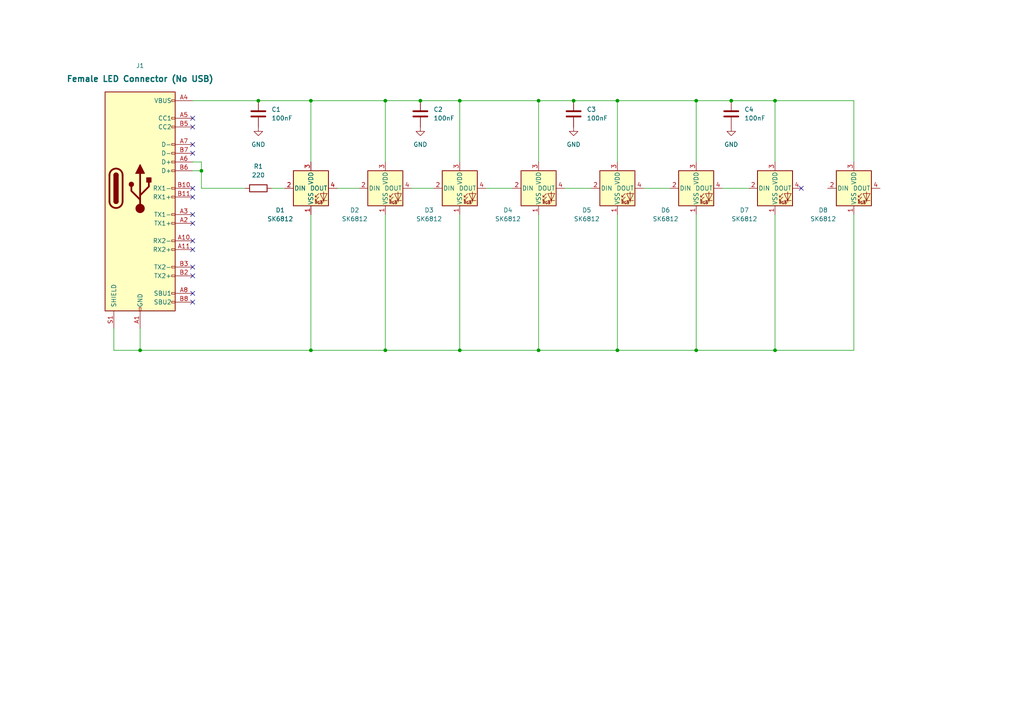
<source format=kicad_sch>
(kicad_sch (version 20230121) (generator eeschema)
  (paper "A4")
  (lib_symbols
    (symbol "Connector:USB_C_Receptacle" (pin_names (offset 1.016))
      (property "Reference" "J1" (at 0 35.56 0))
      (property "Value" "Female LED Connector (No USB)" (at 0 31.75 0))
      (symbol "USB_C_Receptacle_0_0"
        (rectangle (start -0.254 -35.56) (end 0.254 -34.544))
        (rectangle (start 10.16 -32.766) (end 9.144 -33.274))
        (rectangle (start 10.16 -30.226) (end 9.144 -30.734))
        (rectangle (start 10.16 -25.146) (end 9.144 -25.654))
        (rectangle (start 10.16 -22.606) (end 9.144 -23.114))
        (rectangle (start 10.16 -17.526) (end 9.144 -18.034))
        (rectangle (start 10.16 -14.986) (end 9.144 -15.494))
        (rectangle (start 10.16 -9.906) (end 9.144 -10.414))
        (rectangle (start 10.16 -7.366) (end 9.144 -7.874))
        (rectangle (start 10.16 -2.286) (end 9.144 -2.794))
        (rectangle (start 10.16 0.254) (end 9.144 -0.254))
        (rectangle (start 10.16 5.334) (end 9.144 4.826))
        (rectangle (start 10.16 7.874) (end 9.144 7.366))
        (rectangle (start 10.16 10.414) (end 9.144 9.906))
        (rectangle (start 10.16 12.954) (end 9.144 12.446))
        (rectangle (start 10.16 18.034) (end 9.144 17.526))
        (rectangle (start 10.16 20.574) (end 9.144 20.066))
        (rectangle (start 10.16 25.654) (end 9.144 25.146))
      )
      (symbol "USB_C_Receptacle_0_1"
        (rectangle (start -10.16 27.94) (end 10.16 -35.56) (stroke (width 0.254)) (fill (type background)))
        (arc (start -8.89 -3.81) (mid -6.985 -5.7067) (end -5.08 -3.81) (stroke (width 0.508)))
        (arc (start -7.62 -3.81) (mid -6.985 -4.4423) (end -6.35 -3.81) (stroke (width 0.254)))
        (arc (start -7.62 -3.81) (mid -6.985 -4.4423) (end -6.35 -3.81) (stroke (width 0.254)) (fill (type outline)))
        (rectangle (start -7.62 -3.81) (end -6.35 3.81) (stroke (width 0.254)) (fill (type outline)))
        (arc (start -6.35 3.81) (mid -6.985 4.4423) (end -7.62 3.81) (stroke (width 0.254)))
        (arc (start -6.35 3.81) (mid -6.985 4.4423) (end -7.62 3.81) (stroke (width 0.254)) (fill (type outline)))
        (arc (start -5.08 3.81) (mid -6.985 5.7067) (end -8.89 3.81) (stroke (width 0.508)))
        (polyline (pts (xy -8.89 -3.81) (xy -8.89 3.81)) (stroke (width 0.508)))
        (polyline (pts (xy -5.08 3.81) (xy -5.08 -3.81)) (stroke (width 0.508)))
      )
      (symbol "USB_C_Receptacle_1_1"
        (circle (center -2.54 1.143) (radius 0.635) (stroke (width 0.254)) (fill (type outline)))
        (circle (center 0 -5.842) (radius 1.27) (fill (type outline)))
        (polyline (pts (xy 0 -5.842) (xy 0 4.318)) (stroke (width 0.508)))
        (polyline (pts (xy 0 -3.302) (xy -2.54 -0.762) (xy -2.54 0.508)) (stroke (width 0.508)))
        (polyline (pts (xy 0 -2.032) (xy 2.54 0.508) (xy 2.54 1.778)) (stroke (width 0.508)))
        (polyline (pts (xy -1.27 4.318) (xy 0 6.858) (xy 1.27 4.318) (xy -1.27 4.318)) (stroke (width 0.254)) (fill (type outline)))
        (rectangle (start 1.905 1.778) (end 3.175 3.048) (stroke (width 0.254)) (fill (type outline)))
        (pin power_out line (at 0 -40.64 90) (length 5.08) (name "GND") (number "A1"))
        (pin bidirectional line (at 15.24 -15.24 180) (length 5.08) (name "RX2-") (number "A10"))
        (pin bidirectional line (at 15.24 -17.78 180) (length 5.08) (name "RX2+") (number "A11"))
        (pin passive line (at 0 -40.64 90) (length 5.08) hide (name "GND") (number "A12"))
        (pin bidirectional line (at 15.24 -10.16 180) (length 5.08) (name "TX1+") (number "A2"))
        (pin bidirectional line (at 15.24 -7.62 180) (length 5.08) (name "TX1-") (number "A3"))
        (pin power_in line (at 15.24 25.4 180) (length 5.08) (name "VBUS") (number "A4"))
        (pin bidirectional line (at 15.24 20.32 180) (length 5.08) (name "CC1") (number "A5"))
        (pin input line (at 15.24 7.62 180) (length 5.08) (name "D+") (number "A6"))
        (pin bidirectional line (at 15.24 12.7 180) (length 5.08) (name "D-") (number "A7"))
        (pin bidirectional line (at 15.24 -30.48 180) (length 5.08) (name "SBU1") (number "A8"))
        (pin passive line (at 15.24 25.4 180) (length 5.08) hide (name "VBUS") (number "A9"))
        (pin passive line (at 0 -40.64 90) (length 5.08) hide (name "GND") (number "B1"))
        (pin bidirectional line (at 15.24 0 180) (length 5.08) (name "RX1-") (number "B10"))
        (pin bidirectional line (at 15.24 -2.54 180) (length 5.08) (name "RX1+") (number "B11"))
        (pin passive line (at 0 -40.64 90) (length 5.08) hide (name "GND") (number "B12"))
        (pin bidirectional line (at 15.24 -25.4 180) (length 5.08) (name "TX2+") (number "B2"))
        (pin bidirectional line (at 15.24 -22.86 180) (length 5.08) (name "TX2-") (number "B3"))
        (pin passive line (at 15.24 25.4 180) (length 5.08) hide (name "VBUS") (number "B4"))
        (pin bidirectional line (at 15.24 17.78 180) (length 5.08) (name "CC2") (number "B5"))
        (pin input line (at 15.24 5.08 180) (length 5.08) (name "D+") (number "B6"))
        (pin bidirectional line (at 15.24 10.16 180) (length 5.08) (name "D-") (number "B7"))
        (pin bidirectional line (at 15.24 -33.02 180) (length 5.08) (name "SBU2") (number "B8"))
        (pin passive line (at 15.24 25.4 180) (length 5.08) hide (name "VBUS") (number "B9"))
        (pin power_out line (at -7.62 -40.64 90) (length 5.08) (name "SHIELD") (number "S1"))
      )
    )
    (symbol "Device:C" (pin_numbers hide) (pin_names (offset 0.254))
      (property "Reference" "C" (at 0.635 2.54 0))
      (property "Value" "C" (at 0.635 -2.54 0))
      (symbol "C_0_1"
        (polyline (pts (xy -2.032 -0.762) (xy 2.032 -0.762)) (stroke (width 0.508)))
        (polyline (pts (xy -2.032 0.762) (xy 2.032 0.762)) (stroke (width 0.508)))
      )
      (symbol "C_1_1"
        (pin passive line (at 0 3.81 270) (length 2.794) (name "~") (number "1"))
        (pin passive line (at 0 -3.81 90) (length 2.794) (name "~") (number "2"))
      )
    )
    (symbol "Device:R" (pin_numbers hide) (pin_names (offset 0))
      (property "Reference" "R" (at 2.032 0 90))
      (property "Value" "R" (at 0 0 90))
      (symbol "R_0_1"
        (rectangle (start -1.016 -2.54) (end 1.016 2.54) (stroke (width 0.254)))
      )
      (symbol "R_1_1"
        (pin passive line (at 0 3.81 270) (length 1.27) (name "~") (number "1"))
        (pin passive line (at 0 -3.81 90) (length 1.27) (name "~") (number "2"))
      )
    )
    (symbol "LED:SK6812" (pin_names (offset 0.254))
      (property "Reference" "D" (at 5.08 5.715 0))
      (property "Value" "SK6812" (at 1.27 -5.715 0))
      (symbol "SK6812_0_0"
        (text "RGB" (at 2.286 -4.191 0) (effects (font (size 0.762 0.762))))
      )
      (symbol "SK6812_0_1"
        (polyline (pts (xy 1.27 -3.556) (xy 1.778 -3.556)))
        (polyline (pts (xy 1.27 -2.54) (xy 1.778 -2.54)))
        (polyline (pts (xy 4.699 -3.556) (xy 2.667 -3.556)))
        (polyline (pts (xy 2.286 -2.54) (xy 1.27 -3.556) (xy 1.27 -3.048)))
        (polyline (pts (xy 2.286 -1.524) (xy 1.27 -2.54) (xy 1.27 -2.032)))
        (polyline (pts (xy 3.683 -1.016) (xy 3.683 -3.556) (xy 3.683 -4.064)))
        (polyline (pts (xy 4.699 -1.524) (xy 2.667 -1.524) (xy 3.683 -3.556) (xy 4.699 -1.524)))
        (rectangle (start 5.08 5.08) (end -5.08 -5.08) (stroke (width 0.254)) (fill (type background)))
      )
      (symbol "SK6812_1_1"
        (pin power_in line (at 0 -7.62 90) (length 2.54) (name "VSS") (number "1"))
        (pin input line (at -7.62 0 0) (length 2.54) (name "DIN") (number "2"))
        (pin power_in line (at 0 7.62 270) (length 2.54) (name "VDD") (number "3"))
        (pin output line (at 7.62 0 180) (length 2.54) (name "DOUT") (number "4"))
      )
    )
    (symbol "power:GND" (power) (pin_names (offset 0))
      (property "Value" "GND" (at 0 -3.81 0))
      (symbol "GND_0_1"
        (polyline (pts (xy 0 0) (xy 0 -1.27) (xy 1.27 -1.27) (xy 0 -2.54) (xy -1.27 -1.27) (xy 0 -1.27)))
      )
      (symbol "GND_1_1"
        (pin power_in line (at 0 0 270) (length 0) hide (name "GND") (number "1"))
      )
    )
  )
  (junction (at 111.76 29.21))
  (junction (at 40.64 101.6))
  (junction (at 212.09 29.21))
  (junction (at 74.93 29.21))
  (junction (at 90.17 101.6))
  (junction (at 224.79 101.6))
  (junction (at 111.76 101.6))
  (junction (at 201.93 29.21))
  (junction (at 179.07 29.21))
  (junction (at 224.79 29.21))
  (junction (at 133.35 101.6))
  (junction (at 121.92 29.21))
  (junction (at 58.42 49.53))
  (junction (at 179.07 101.6))
  (junction (at 90.17 29.21))
  (junction (at 201.93 101.6))
  (junction (at 133.35 29.21))
  (junction (at 166.37 29.21))
  (junction (at 156.21 29.21))
  (junction (at 156.21 101.6))
  (no_connect (at 55.88 87.63))
  (no_connect (at 55.88 77.47))
  (no_connect (at 55.88 64.77))
  (no_connect (at 55.88 85.09))
  (no_connect (at 55.88 34.29))
  (no_connect (at 55.88 41.91))
  (no_connect (at 55.88 36.83))
  (no_connect (at 55.88 57.15))
  (no_connect (at 232.41 54.61))
  (no_connect (at 55.88 72.39))
  (no_connect (at 55.88 44.45))
  (no_connect (at 55.88 80.01))
  (no_connect (at 55.88 62.23))
  (no_connect (at 55.88 54.61))
  (no_connect (at 55.88 69.85))
  (wire (pts (xy 55.88 46.99) (xy 58.42 46.99)))
  (wire (pts (xy 90.17 29.21) (xy 90.17 46.99)))
  (wire (pts (xy 140.97 54.61) (xy 148.59 54.61)))
  (wire (pts (xy 58.42 49.53) (xy 58.42 46.99)))
  (wire (pts (xy 186.69 54.61) (xy 194.31 54.61)))
  (wire (pts (xy 224.79 29.21) (xy 224.79 46.99)))
  (wire (pts (xy 111.76 29.21) (xy 121.92 29.21)))
  (wire (pts (xy 33.02 101.6) (xy 40.64 101.6)))
  (wire (pts (xy 90.17 29.21) (xy 111.76 29.21)))
  (wire (pts (xy 224.79 62.23) (xy 224.79 101.6)))
  (wire (pts (xy 133.35 62.23) (xy 133.35 101.6)))
  (wire (pts (xy 111.76 101.6) (xy 133.35 101.6)))
  (wire (pts (xy 133.35 29.21) (xy 133.35 46.99)))
  (wire (pts (xy 121.92 29.21) (xy 133.35 29.21)))
  (wire (pts (xy 209.55 54.61) (xy 217.17 54.61)))
  (wire (pts (xy 156.21 62.23) (xy 156.21 101.6)))
  (wire (pts (xy 156.21 46.99) (xy 156.21 29.21)))
  (wire (pts (xy 133.35 101.6) (xy 156.21 101.6)))
  (wire (pts (xy 224.79 101.6) (xy 201.93 101.6)))
  (wire (pts (xy 179.07 29.21) (xy 201.93 29.21)))
  (wire (pts (xy 201.93 29.21) (xy 201.93 46.99)))
  (wire (pts (xy 111.76 62.23) (xy 111.76 101.6)))
  (wire (pts (xy 247.65 29.21) (xy 247.65 46.99)))
  (wire (pts (xy 247.65 101.6) (xy 224.79 101.6)))
  (wire (pts (xy 58.42 54.61) (xy 71.12 54.61)))
  (wire (pts (xy 119.38 54.61) (xy 125.73 54.61)))
  (wire (pts (xy 133.35 29.21) (xy 156.21 29.21)))
  (wire (pts (xy 90.17 101.6) (xy 111.76 101.6)))
  (wire (pts (xy 97.79 54.61) (xy 104.14 54.61)))
  (wire (pts (xy 179.07 29.21) (xy 179.07 46.99)))
  (wire (pts (xy 78.74 54.61) (xy 82.55 54.61)))
  (wire (pts (xy 55.88 29.21) (xy 74.93 29.21)))
  (wire (pts (xy 58.42 54.61) (xy 58.42 49.53)))
  (wire (pts (xy 111.76 46.99) (xy 111.76 29.21)))
  (wire (pts (xy 179.07 62.23) (xy 179.07 101.6)))
  (wire (pts (xy 247.65 62.23) (xy 247.65 101.6)))
  (wire (pts (xy 166.37 29.21) (xy 179.07 29.21)))
  (wire (pts (xy 163.83 54.61) (xy 171.45 54.61)))
  (wire (pts (xy 40.64 101.6) (xy 90.17 101.6)))
  (wire (pts (xy 156.21 29.21) (xy 166.37 29.21)))
  (wire (pts (xy 224.79 29.21) (xy 247.65 29.21)))
  (wire (pts (xy 33.02 101.6) (xy 33.02 95.25)))
  (wire (pts (xy 179.07 101.6) (xy 156.21 101.6)))
  (wire (pts (xy 74.93 29.21) (xy 90.17 29.21)))
  (wire (pts (xy 201.93 62.23) (xy 201.93 101.6)))
  (wire (pts (xy 201.93 101.6) (xy 179.07 101.6)))
  (wire (pts (xy 201.93 29.21) (xy 212.09 29.21)))
  (wire (pts (xy 55.88 49.53) (xy 58.42 49.53)))
  (wire (pts (xy 212.09 29.21) (xy 224.79 29.21)))
  (wire (pts (xy 90.17 62.23) (xy 90.17 101.6)))
  (wire (pts (xy 40.64 95.25) (xy 40.64 101.6)))
  (symbol (lib_id "Device:C") (at 121.92 33.02 180) (unit 1)
    (property "Reference" "C2" (at 125.73 31.75 0) (effects (justify right)))
    (property "Value" "100nF" (at 125.73 34.29 0) (effects (justify right)))
    (property "Footprint" "Capacitor_SMD:C_0603_1608Metric" (effects hide))
  )
  (symbol (lib_id "Device:C") (at 74.93 33.02 180) (unit 1)
    (property "Reference" "C1" (at 78.74 31.75 0) (effects (justify right)))
    (property "Value" "100nF" (at 78.74 34.29 0) (effects (justify right)))
    (property "Footprint" "Capacitor_SMD:C_0603_1608Metric" (effects hide))
  )
  (symbol (lib_id "power:GND") (at 74.93 36.83 0) (unit 1)
    (property "Reference" "#PWR01" (effects hide))
    (property "Value" "GND" (at 74.93 41.91 0))
  )
  (symbol (lib_id "Device:C") (at 212.09 33.02 180) (unit 1)
    (property "Reference" "C4" (at 215.9 31.75 0) (effects (justify right)))
    (property "Value" "100nF" (at 215.9 34.29 0) (effects (justify right)))
    (property "Footprint" "Capacitor_SMD:C_0603_1608Metric" (effects hide))
  )
  (symbol (lib_id "LED:SK6812") (at 179.07 54.61 0) (unit 1)
    (property "Reference" "D5" (at 170.18 60.96 0))
    (property "Value" "SK6812" (at 170.18 63.5 0))
    (property "Footprint" "LED_SMD:LED_SK6812_PLCC4_5.0x5.0mm_P3.2mm" (effects hide))
    (property "Datasheet" "https://cdn-shop.adafruit.com/product-files/1138/SK6812+LED+datasheet+.pdf" (effects hide))
  )
  (symbol (lib_id "power:GND") (at 166.37 36.83 0) (unit 1)
    (property "Reference" "#PWR03" (effects hide))
    (property "Value" "GND" (at 166.37 41.91 0))
  )
  (symbol (lib_id "Connector:USB_C_Receptacle") (at 40.64 54.61 0) (unit 1)
    (property "Reference" "J1" (at 40.64 19.05 0))
    (property "Value" "Female LED Connector (No USB)" (at 40.64 22.86 0) (effects (font (size 1.7 1.7) bold)))
    (property "Footprint" "Connector_USB:USB_C_Receptacle_GCT_USB4115-03-C" (effects hide))
    (property "Datasheet" "https://www.usb.org/sites/default/files/documents/usb_type-c.zip" (effects hide))
  )
  (symbol (lib_id "Device:C") (at 166.37 33.02 180) (unit 1)
    (property "Reference" "C3" (at 170.18 31.75 0) (effects (justify right)))
    (property "Value" "100nF" (at 170.18 34.29 0) (effects (justify right)))
    (property "Footprint" "Capacitor_SMD:C_0603_1608Metric" (effects hide))
  )
  (symbol (lib_id "power:GND") (at 212.09 36.83 0) (unit 1)
    (property "Reference" "#PWR04" (effects hide))
    (property "Value" "GND" (at 212.09 41.91 0))
  )
  (symbol (lib_id "LED:SK6812") (at 201.93 54.61 0) (unit 1)
    (property "Reference" "D6" (at 193.04 60.96 0))
    (property "Value" "SK6812" (at 193.04 63.5 0))
    (property "Footprint" "LED_SMD:LED_SK6812_PLCC4_5.0x5.0mm_P3.2mm" (effects hide))
    (property "Datasheet" "https://cdn-shop.adafruit.com/product-files/1138/SK6812+LED+datasheet+.pdf" (effects hide))
  )
  (symbol (lib_id "LED:SK6812") (at 90.17 54.61 0) (unit 1)
    (property "Reference" "D1" (at 81.28 60.96 0))
    (property "Value" "SK6812" (at 81.28 63.5 0))
    (property "Footprint" "LED_SMD:LED_SK6812_PLCC4_5.0x5.0mm_P3.2mm" (effects hide))
    (property "Datasheet" "https://cdn-shop.adafruit.com/product-files/1138/SK6812+LED+datasheet+.pdf" (effects hide))
  )
  (symbol (lib_id "LED:SK6812") (at 156.21 54.61 0) (unit 1)
    (property "Reference" "D4" (at 147.32 60.96 0))
    (property "Value" "SK6812" (at 147.32 63.5 0))
    (property "Footprint" "LED_SMD:LED_SK6812_PLCC4_5.0x5.0mm_P3.2mm" (effects hide))
    (property "Datasheet" "https://cdn-shop.adafruit.com/product-files/1138/SK6812+LED+datasheet+.pdf" (effects hide))
  )
  (symbol (lib_id "LED:SK6812") (at 247.65 54.61 0) (unit 1)
    (property "Reference" "D8" (at 238.76 60.96 0))
    (property "Value" "SK6812" (at 238.76 63.5 0))
    (property "Footprint" "LED_SMD:LED_SK6812_PLCC4_5.0x5.0mm_P3.2mm" (effects hide))
    (property "Datasheet" "https://cdn-shop.adafruit.com/product-files/1138/SK6812+LED+datasheet+.pdf" (effects hide))
  )
  (symbol (lib_id "LED:SK6812") (at 224.79 54.61 0) (unit 1)
    (property "Reference" "D7" (at 215.9 60.96 0))
    (property "Value" "SK6812" (at 215.9 63.5 0))
    (property "Footprint" "LED_SMD:LED_SK6812_PLCC4_5.0x5.0mm_P3.2mm" (effects hide))
    (property "Datasheet" "https://cdn-shop.adafruit.com/product-files/1138/SK6812+LED+datasheet+.pdf" (effects hide))
  )
  (symbol (lib_id "Device:R") (at 74.93 54.61 270) (unit 1)
    (property "Reference" "R1" (at 74.93 48.26 90))
    (property "Value" "220" (at 74.93 50.8 90))
    (property "Footprint" "Resistor_SMD:R_0603_1608Metric" (effects hide))
  )
  (symbol (lib_id "LED:SK6812") (at 111.76 54.61 0) (unit 1)
    (property "Reference" "D2" (at 102.87 60.96 0))
    (property "Value" "SK6812" (at 102.87 63.5 0))
    (property "Footprint" "LED_SMD:LED_SK6812_PLCC4_5.0x5.0mm_P3.2mm" (effects hide))
    (property "Datasheet" "https://cdn-shop.adafruit.com/product-files/1138/SK6812+LED+datasheet+.pdf" (effects hide))
  )
  (symbol (lib_id "LED:SK6812") (at 133.35 54.61 0) (unit 1)
    (property "Reference" "D3" (at 124.46 60.96 0))
    (property "Value" "SK6812" (at 124.46 63.5 0))
    (property "Footprint" "LED_SMD:LED_SK6812_PLCC4_5.0x5.0mm_P3.2mm" (effects hide))
    (property "Datasheet" "https://cdn-shop.adafruit.com/product-files/1138/SK6812+LED+datasheet+.pdf" (effects hide))
  )
  (symbol (lib_id "power:GND") (at 121.92 36.83 0) (unit 1)
    (property "Reference" "#PWR02" (effects hide))
    (property "Value" "GND" (at 121.92 41.91 0))
  )
)
</source>
